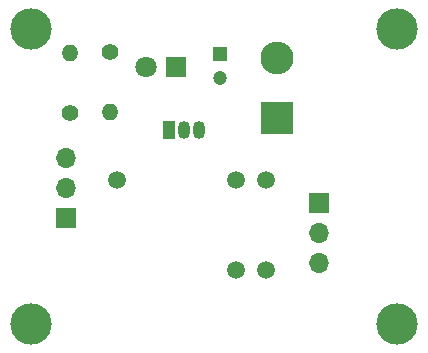
<source format=gbr>
%TF.GenerationSoftware,KiCad,Pcbnew,(5.1.12)-1*%
%TF.CreationDate,2023-08-22T21:21:53+05:30*%
%TF.ProjectId,SINGLE CHANNEL RELAY MODULE,53494e47-4c45-4204-9348-414e4e454c20,rev?*%
%TF.SameCoordinates,Original*%
%TF.FileFunction,Copper,L1,Top*%
%TF.FilePolarity,Positive*%
%FSLAX46Y46*%
G04 Gerber Fmt 4.6, Leading zero omitted, Abs format (unit mm)*
G04 Created by KiCad (PCBNEW (5.1.12)-1) date 2023-08-22 21:21:53*
%MOMM*%
%LPD*%
G01*
G04 APERTURE LIST*
%TA.AperFunction,ComponentPad*%
%ADD10O,2.800000X2.800000*%
%TD*%
%TA.AperFunction,ComponentPad*%
%ADD11R,2.800000X2.800000*%
%TD*%
%TA.AperFunction,ComponentPad*%
%ADD12C,1.200000*%
%TD*%
%TA.AperFunction,ComponentPad*%
%ADD13R,1.200000X1.200000*%
%TD*%
%TA.AperFunction,ComponentPad*%
%ADD14O,1.400000X1.400000*%
%TD*%
%TA.AperFunction,ComponentPad*%
%ADD15C,1.400000*%
%TD*%
%TA.AperFunction,ComponentPad*%
%ADD16R,1.050000X1.500000*%
%TD*%
%TA.AperFunction,ComponentPad*%
%ADD17O,1.050000X1.500000*%
%TD*%
%TA.AperFunction,ComponentPad*%
%ADD18C,1.508000*%
%TD*%
%TA.AperFunction,ComponentPad*%
%ADD19O,1.700000X1.700000*%
%TD*%
%TA.AperFunction,ComponentPad*%
%ADD20R,1.700000X1.700000*%
%TD*%
%TA.AperFunction,ComponentPad*%
%ADD21C,1.800000*%
%TD*%
%TA.AperFunction,ComponentPad*%
%ADD22R,1.800000X1.800000*%
%TD*%
%TA.AperFunction,ViaPad*%
%ADD23C,3.500000*%
%TD*%
G04 APERTURE END LIST*
D10*
%TO.P,D2,2*%
%TO.N,VCC*%
X160880000Y-77450000D03*
D11*
%TO.P,D2,1*%
%TO.N,Net-(D1-Pad1)*%
X160880000Y-82530000D03*
%TD*%
D12*
%TO.P,C1,2*%
%TO.N,Earth*%
X156020000Y-79140000D03*
D13*
%TO.P,C1,1*%
%TO.N,VCC*%
X156020000Y-77140000D03*
%TD*%
D14*
%TO.P,R2,2*%
%TO.N,Net-(J1-Pad1)*%
X143350000Y-77070000D03*
D15*
%TO.P,R2,1*%
%TO.N,Net-(Q1-Pad2)*%
X143350000Y-82150000D03*
%TD*%
D14*
%TO.P,R1,2*%
%TO.N,Net-(D1-Pad2)*%
X146690000Y-82050000D03*
D15*
%TO.P,R1,1*%
%TO.N,VCC*%
X146690000Y-76970000D03*
%TD*%
D16*
%TO.P,Q1,1*%
%TO.N,Net-(D1-Pad1)*%
X151660000Y-83600000D03*
D17*
%TO.P,Q1,3*%
%TO.N,Earth*%
X154200000Y-83600000D03*
%TO.P,Q1,2*%
%TO.N,Net-(Q1-Pad2)*%
X152930000Y-83600000D03*
%TD*%
D18*
%TO.P,K1,12*%
%TO.N,Net-(J2-Pad3)*%
X159890000Y-95440000D03*
%TO.P,K1,14*%
%TO.N,Net-(J2-Pad1)*%
X157390000Y-95440000D03*
%TO.P,K1,A1*%
%TO.N,Net-(D1-Pad1)*%
X159890000Y-87840000D03*
%TO.P,K1,A2*%
%TO.N,VCC*%
X157390000Y-87840000D03*
%TO.P,K1,11*%
%TO.N,Net-(J2-Pad2)*%
X147290000Y-87840000D03*
%TD*%
D19*
%TO.P,J2,3*%
%TO.N,Net-(J2-Pad3)*%
X164390000Y-94820000D03*
%TO.P,J2,2*%
%TO.N,Net-(J2-Pad2)*%
X164390000Y-92280000D03*
D20*
%TO.P,J2,1*%
%TO.N,Net-(J2-Pad1)*%
X164390000Y-89740000D03*
%TD*%
D19*
%TO.P,J1,3*%
%TO.N,VCC*%
X143000000Y-85920000D03*
%TO.P,J1,2*%
%TO.N,Earth*%
X143000000Y-88460000D03*
D20*
%TO.P,J1,1*%
%TO.N,Net-(J1-Pad1)*%
X143000000Y-91000000D03*
%TD*%
D21*
%TO.P,D1,2*%
%TO.N,Net-(D1-Pad2)*%
X149790000Y-78250000D03*
D22*
%TO.P,D1,1*%
%TO.N,Net-(D1-Pad1)*%
X152330000Y-78250000D03*
%TD*%
D23*
%TO.N,*%
X140000000Y-75000000D03*
X171000000Y-75000000D03*
X140000000Y-100000000D03*
X171000000Y-100000000D03*
%TD*%
M02*

</source>
